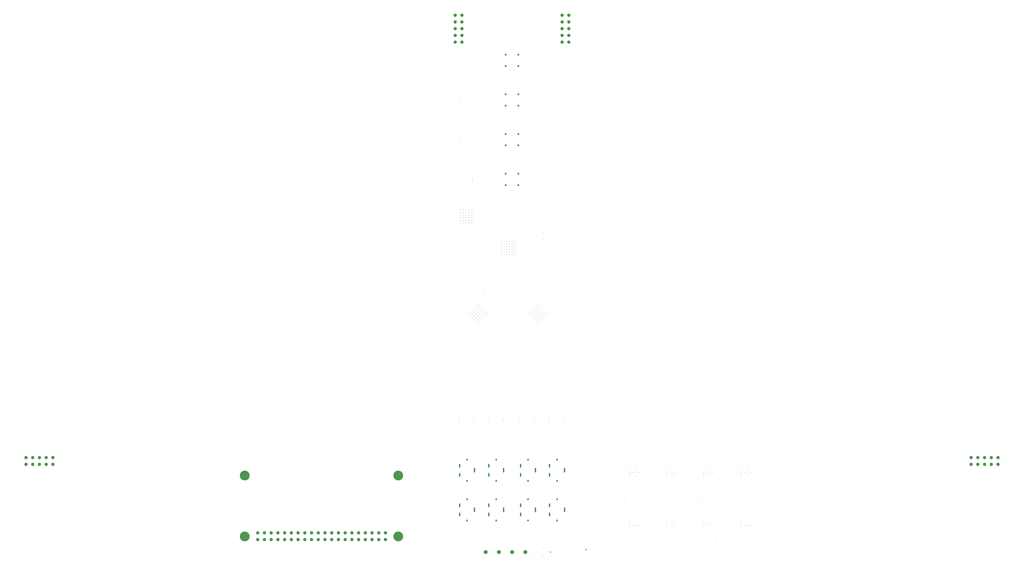
<source format=gbr>
%TF.GenerationSoftware,Altium Limited,Altium Designer,22.5.1 (42)*%
G04 Layer_Color=0*
%FSLAX26Y26*%
%MOIN*%
%TF.SameCoordinates,79F18A81-A5BF-4171-AD75-6FA3A7A6B408*%
%TF.FilePolarity,Positive*%
%TF.FileFunction,Plated,1,8,PTH,Drill*%
%TF.Part,Single*%
G01*
G75*
%TA.AperFunction,ComponentDrill*%
%ADD160C,0.051181*%
%ADD161C,0.051181*%
%ADD162C,0.145669*%
%ADD163C,0.027559*%
%ADD164R,0.019685X0.031496*%
%ADD165R,0.019685X0.070866*%
%ADD166R,0.019685X0.055118*%
%TA.AperFunction,ViaDrill,NotFilled*%
%ADD167C,0.003937*%
%ADD168C,0.019685*%
%ADD169C,0.007874*%
%ADD170C,0.059055*%
%ADD171C,0.005906*%
%ADD172C,0.011811*%
D160*
X5288543Y3830000D02*
D03*
X5188543D02*
D03*
X5088543D02*
D03*
X943307Y4851575D02*
D03*
X1143307D02*
D03*
X1043307D02*
D03*
X843307Y4951575D02*
D03*
X943307D02*
D03*
X1043307D02*
D03*
X1143307D02*
D03*
X1243307D02*
D03*
Y4851575D02*
D03*
X843307D02*
D03*
X14898425Y4951575D02*
D03*
X14998425D02*
D03*
X15098425D02*
D03*
X15198425D02*
D03*
X15298425D02*
D03*
Y4851575D02*
D03*
X15198425D02*
D03*
X15098425D02*
D03*
X14998425D02*
D03*
X14898425D02*
D03*
X6188543Y3830000D02*
D03*
Y3730000D02*
D03*
X6088543Y3830000D02*
D03*
Y3730000D02*
D03*
X5988543Y3830000D02*
D03*
Y3730000D02*
D03*
X5888543Y3830000D02*
D03*
Y3730000D02*
D03*
X5788543Y3830000D02*
D03*
Y3730000D02*
D03*
X5688543Y3830000D02*
D03*
Y3730000D02*
D03*
X5588543Y3830000D02*
D03*
Y3730000D02*
D03*
X5488543Y3830000D02*
D03*
Y3730000D02*
D03*
X5388543Y3830000D02*
D03*
Y3730000D02*
D03*
X5288543D02*
D03*
X5188543D02*
D03*
X5088543D02*
D03*
X4988543Y3830000D02*
D03*
Y3730000D02*
D03*
X4888543Y3830000D02*
D03*
Y3730000D02*
D03*
X4788543Y3830000D02*
D03*
Y3730000D02*
D03*
X4688543Y3830000D02*
D03*
Y3730000D02*
D03*
X4588543Y3830000D02*
D03*
Y3730000D02*
D03*
X4488543Y3830000D02*
D03*
Y3730000D02*
D03*
X4388543Y3830000D02*
D03*
Y3730000D02*
D03*
X4288543Y3830000D02*
D03*
Y3730000D02*
D03*
D161*
X7225591Y11538583D02*
D03*
Y11438583D02*
D03*
Y11338583D02*
D03*
Y11238583D02*
D03*
Y11138583D02*
D03*
X7325591D02*
D03*
Y11238583D02*
D03*
Y11338583D02*
D03*
Y11438583D02*
D03*
Y11538583D02*
D03*
X8916142Y11138583D02*
D03*
Y11238583D02*
D03*
Y11338583D02*
D03*
Y11438583D02*
D03*
Y11538583D02*
D03*
X8816142D02*
D03*
Y11438583D02*
D03*
Y11338583D02*
D03*
Y11238583D02*
D03*
Y11138583D02*
D03*
D162*
X6377953Y3779528D02*
D03*
X6377953Y4685039D02*
D03*
X4094488D02*
D03*
Y3779528D02*
D03*
D163*
X8165354Y10781496D02*
D03*
X7976378D02*
D03*
Y10950787D02*
D03*
X8165354D02*
D03*
Y10190945D02*
D03*
X7976378D02*
D03*
Y10360236D02*
D03*
X8165354D02*
D03*
Y9600394D02*
D03*
X7976378D02*
D03*
Y9769685D02*
D03*
X8165354D02*
D03*
Y9009843D02*
D03*
X7976378D02*
D03*
Y9179134D02*
D03*
X8165354D02*
D03*
D164*
X7401575Y4605905D02*
D03*
Y4921653D02*
D03*
X8307087Y4015354D02*
D03*
Y4331102D02*
D03*
X8740157Y4605905D02*
D03*
Y4921653D02*
D03*
X8307087Y4605905D02*
D03*
Y4921653D02*
D03*
X8740157Y4015354D02*
D03*
Y4331102D02*
D03*
X7834646Y4015354D02*
D03*
Y4331102D02*
D03*
Y4605905D02*
D03*
Y4921653D02*
D03*
X7401575Y4015354D02*
D03*
Y4331102D02*
D03*
D165*
X7511811Y4763779D02*
D03*
X8417323Y4173228D02*
D03*
X8850394Y4763779D02*
D03*
X8417323D02*
D03*
X8850394Y4173228D02*
D03*
X7944882D02*
D03*
Y4763779D02*
D03*
X7511811Y4173228D02*
D03*
D166*
X7291339Y4694882D02*
D03*
Y4832677D02*
D03*
X8196850Y4104331D02*
D03*
Y4242126D02*
D03*
X8629921Y4694882D02*
D03*
Y4832677D02*
D03*
X8196850Y4694882D02*
D03*
Y4832677D02*
D03*
X8629921Y4104331D02*
D03*
Y4242126D02*
D03*
X7724409Y4104331D02*
D03*
Y4242126D02*
D03*
Y4694882D02*
D03*
Y4832677D02*
D03*
X7291339Y4104331D02*
D03*
Y4242126D02*
D03*
D167*
X7615158Y7928147D02*
D03*
Y7912399D02*
D03*
X9115157Y3942913D02*
D03*
Y4021653D02*
D03*
X12624016Y4848425D02*
D03*
X11948819Y4389764D02*
D03*
X11641732Y4503937D02*
D03*
X11582677D02*
D03*
X9115157Y4001968D02*
D03*
Y3982284D02*
D03*
Y3962598D02*
D03*
X11582677Y3827756D02*
D03*
X11031496D02*
D03*
X10480315D02*
D03*
X9929134D02*
D03*
X11299213Y4606299D02*
D03*
Y4685039D02*
D03*
X10748031Y4606299D02*
D03*
Y4685039D02*
D03*
X10196850Y4606299D02*
D03*
Y4685039D02*
D03*
X11582677Y4833661D02*
D03*
X11031496D02*
D03*
X10480315D02*
D03*
X9929134D02*
D03*
X9645669Y4685039D02*
D03*
Y4606299D02*
D03*
X11440945Y4612205D02*
D03*
X10889764D02*
D03*
X10338583D02*
D03*
X9787402D02*
D03*
X9803149Y4030512D02*
D03*
X10354331D02*
D03*
X10905512D02*
D03*
X11456693D02*
D03*
X9889764Y4442303D02*
D03*
X9904528Y4454646D02*
D03*
X9919291Y4466988D02*
D03*
X11676181Y3897106D02*
D03*
X11125000D02*
D03*
X10573819D02*
D03*
X10022638D02*
D03*
X11679134Y4779528D02*
D03*
X11127953D02*
D03*
X10576772D02*
D03*
X10025591D02*
D03*
X7230315Y4173228D02*
D03*
X9448819Y4606299D02*
D03*
X9389764Y4645669D02*
D03*
X9330709Y4685039D02*
D03*
X9929134Y4582677D02*
D03*
X9988189D02*
D03*
X11582677D02*
D03*
X11641732D02*
D03*
X11031496D02*
D03*
X11090551D02*
D03*
X10539370D02*
D03*
X10480315D02*
D03*
X7643701Y4281496D02*
D03*
X8076772D02*
D03*
X8549213D02*
D03*
X8982283D02*
D03*
X11783465Y4228346D02*
D03*
X9913386Y4074803D02*
D03*
X9976378Y4074803D02*
D03*
X10464567Y4074803D02*
D03*
X10527559Y4074803D02*
D03*
X11015748D02*
D03*
X11078740Y4074803D02*
D03*
X11629922Y4074803D02*
D03*
X11566929Y4074803D02*
D03*
X11468504Y4618110D02*
D03*
X11492126D02*
D03*
X10917323D02*
D03*
X10940945D02*
D03*
X10366142D02*
D03*
X10389764D02*
D03*
X9838583D02*
D03*
X9814960D02*
D03*
X9944882Y4830709D02*
D03*
X9972441D02*
D03*
X10496063D02*
D03*
X10523622D02*
D03*
X11598425D02*
D03*
X11625984D02*
D03*
X11074803D02*
D03*
X11047244D02*
D03*
X10389764Y4043307D02*
D03*
X10366142D02*
D03*
X10496063Y3830709D02*
D03*
X10523622D02*
D03*
X9972441D02*
D03*
X9944882D02*
D03*
X11625984D02*
D03*
X11598425D02*
D03*
X11047244D02*
D03*
X11074803D02*
D03*
X9814960Y4043307D02*
D03*
X9838583D02*
D03*
X10917323D02*
D03*
X10940945D02*
D03*
X11492126D02*
D03*
X11468504D02*
D03*
X8023622Y8398622D02*
D03*
X8007874D02*
D03*
X8133858D02*
D03*
X8118110D02*
D03*
X8070866Y8976378D02*
D03*
Y9566929D02*
D03*
Y10157480D02*
D03*
Y10748031D02*
D03*
X7470472Y8750984D02*
D03*
X7268701Y8307087D02*
D03*
X7332677Y8750000D02*
D03*
X7273622D02*
D03*
X7194882Y8671260D02*
D03*
X7312992Y8336614D02*
D03*
X7411417D02*
D03*
X7529528D02*
D03*
X7608268Y8474409D02*
D03*
Y8533465D02*
D03*
Y8631890D02*
D03*
Y8690945D02*
D03*
X8279557Y8201570D02*
D03*
X8231297Y8061026D02*
D03*
X7792320Y8198817D02*
D03*
Y8139761D02*
D03*
Y8001966D02*
D03*
X7923228Y7851378D02*
D03*
X8021654D02*
D03*
X8080709D02*
D03*
X8231297Y7942916D02*
D03*
Y8159451D02*
D03*
X7883853Y8290354D02*
D03*
X7864173Y7851378D02*
D03*
X8569882Y6756890D02*
D03*
X8263920Y6983128D02*
D03*
X8305678Y6941370D02*
D03*
X8375275Y6871773D02*
D03*
X8568053Y6885967D02*
D03*
X8665489Y6983403D02*
D03*
X8707248Y7025161D02*
D03*
X8392717Y7365158D02*
D03*
X8273622Y7262795D02*
D03*
X8708662Y7149606D02*
D03*
X8464567Y6808226D02*
D03*
X8375000Y7301181D02*
D03*
X8221887Y7148068D02*
D03*
X7368110Y7263779D02*
D03*
X7487205Y7365158D02*
D03*
X7801736Y7025161D02*
D03*
X7759977Y6983403D02*
D03*
X7662541Y6885967D02*
D03*
X7469763Y6871773D02*
D03*
X7400166Y6941370D02*
D03*
X7358408Y6983128D02*
D03*
X8221886Y7148067D02*
D03*
X7316374D02*
D03*
X8375000Y7301181D02*
D03*
X7469488D02*
D03*
X8708661Y7149606D02*
D03*
X8464567Y6808226D02*
D03*
X7559055D02*
D03*
X7803150Y7149606D02*
D03*
X14734252Y4133858D02*
D03*
X13856299Y4011811D02*
D03*
X14840551D02*
D03*
X13750000Y4133858D02*
D03*
Y4960630D02*
D03*
X13856299Y4838583D02*
D03*
X7615155Y7964567D02*
D03*
Y7980315D02*
D03*
Y8023622D02*
D03*
Y8039370D02*
D03*
X7885824Y7674213D02*
D03*
X7901572D02*
D03*
X7944880D02*
D03*
X7960627D02*
D03*
X7984250D02*
D03*
X7999998D02*
D03*
X8141730D02*
D03*
X8157478D02*
D03*
X8102360D02*
D03*
X8118108D02*
D03*
X8059053D02*
D03*
X8043305D02*
D03*
X7224410Y6901575D02*
D03*
X7240158D02*
D03*
X7220472Y6603347D02*
D03*
X7236221D02*
D03*
X7669291D02*
D03*
X7653543D02*
D03*
X7648622Y6756890D02*
D03*
X7664370D02*
D03*
X8554134D02*
D03*
X8559055Y6603347D02*
D03*
X8574803D02*
D03*
X8141732D02*
D03*
X8125984D02*
D03*
X8145669Y6901575D02*
D03*
X8129921D02*
D03*
X8602362Y4763779D02*
D03*
X8169291D02*
D03*
X7696850D02*
D03*
X8568898Y4173228D02*
D03*
X8135827D02*
D03*
X7663386D02*
D03*
X7263779Y4763779D02*
D03*
D168*
X8641732Y3543307D02*
D03*
X9173228Y3582677D02*
D03*
D169*
X11968504Y3547244D02*
D03*
X8527559Y3484252D02*
D03*
X8401575D02*
D03*
X8527559Y3602362D02*
D03*
X8401575D02*
D03*
X9748031Y4330709D02*
D03*
X10850394D02*
D03*
X9748031D02*
D03*
X10299213D02*
D03*
X11401575D02*
D03*
X9708661Y4238189D02*
D03*
X10259843D02*
D03*
X10811024D02*
D03*
X11362205D02*
D03*
X11131891Y4937008D02*
D03*
X9478347D02*
D03*
X10029528D02*
D03*
X10580709D02*
D03*
X9625984Y3746063D02*
D03*
X9448819Y3704724D02*
D03*
X10177165Y3746063D02*
D03*
X10000000Y3704724D02*
D03*
X10728346Y3746063D02*
D03*
X10551181Y3704724D02*
D03*
X11102362D02*
D03*
X11279528Y3746063D02*
D03*
X10371654Y3894685D02*
D03*
Y3979331D02*
D03*
Y3937008D02*
D03*
X10471063Y3894685D02*
D03*
Y3979331D02*
D03*
X10427362Y3937008D02*
D03*
X10514764D02*
D03*
X10471063D02*
D03*
X9820472Y3894685D02*
D03*
Y3979331D02*
D03*
Y3937008D02*
D03*
X9919882Y3894685D02*
D03*
Y3979331D02*
D03*
X9876181Y3937008D02*
D03*
X9963583D02*
D03*
X9919882D02*
D03*
X10922835Y3894685D02*
D03*
Y3979331D02*
D03*
Y3937008D02*
D03*
X11022244Y3894685D02*
D03*
Y3979331D02*
D03*
X10978543Y3937008D02*
D03*
X11065945D02*
D03*
X11022244D02*
D03*
X11474016Y3894685D02*
D03*
Y3979331D02*
D03*
Y3937008D02*
D03*
X11573425Y3894685D02*
D03*
Y3979331D02*
D03*
X11529725Y3937008D02*
D03*
X11617126D02*
D03*
X11573425D02*
D03*
X9820472Y4766732D02*
D03*
Y4682087D02*
D03*
Y4724409D02*
D03*
X9919882Y4766732D02*
D03*
Y4682087D02*
D03*
X9876181Y4724409D02*
D03*
X9963583D02*
D03*
X9919882D02*
D03*
X10371654Y4766732D02*
D03*
Y4682087D02*
D03*
Y4724409D02*
D03*
X10471063Y4766732D02*
D03*
Y4682087D02*
D03*
X10427362Y4724409D02*
D03*
X10514764D02*
D03*
X10471063D02*
D03*
X10922835Y4766732D02*
D03*
Y4682087D02*
D03*
Y4724409D02*
D03*
X11022244Y4766732D02*
D03*
Y4682087D02*
D03*
X10978543Y4724409D02*
D03*
X11065945D02*
D03*
X11022244D02*
D03*
X11474016Y4766732D02*
D03*
Y4682087D02*
D03*
Y4724409D02*
D03*
X11573425Y4766732D02*
D03*
Y4682087D02*
D03*
X11529724Y4724409D02*
D03*
X11617126D02*
D03*
X11573425D02*
D03*
X8070866Y8643701D02*
D03*
Y8679134D02*
D03*
X7283465Y10257874D02*
D03*
Y10293307D02*
D03*
Y9667323D02*
D03*
Y9702756D02*
D03*
X7480315Y9076772D02*
D03*
Y9112205D02*
D03*
X7642717Y7435039D02*
D03*
X8530512Y8214567D02*
D03*
Y8295276D02*
D03*
X8188976Y5494095D02*
D03*
Y5529528D02*
D03*
X8622047Y5494095D02*
D03*
Y5529528D02*
D03*
X7716535D02*
D03*
Y5494095D02*
D03*
X7283465D02*
D03*
Y5529528D02*
D03*
X8838583Y5494095D02*
D03*
Y5529528D02*
D03*
X8405512Y5494095D02*
D03*
Y5529528D02*
D03*
X7933071Y5494095D02*
D03*
Y5529528D02*
D03*
X7500000D02*
D03*
Y5494095D02*
D03*
D170*
X8267717Y3543307D02*
D03*
X8070866D02*
D03*
X7874016D02*
D03*
X7677165D02*
D03*
D171*
X7757874Y4714567D02*
D03*
Y4812992D02*
D03*
X8840551Y4114173D02*
D03*
Y4232283D02*
D03*
X8407480Y4114173D02*
D03*
Y4232283D02*
D03*
X7935039Y4114173D02*
D03*
Y4232283D02*
D03*
X7501968D02*
D03*
Y4114173D02*
D03*
X7324803Y4714567D02*
D03*
Y4812992D02*
D03*
X8230315Y4714567D02*
D03*
Y4812992D02*
D03*
X8663386D02*
D03*
Y4714567D02*
D03*
D172*
X8031494Y8090551D02*
D03*
Y8129921D02*
D03*
Y8169291D02*
D03*
X7992124Y8090551D02*
D03*
Y8129921D02*
D03*
Y8169291D02*
D03*
X7952753Y8090551D02*
D03*
Y8129921D02*
D03*
Y8169291D02*
D03*
X7913383Y8090551D02*
D03*
Y8129921D02*
D03*
Y8169291D02*
D03*
X8070864Y8090551D02*
D03*
Y8129921D02*
D03*
Y8169291D02*
D03*
X8110234D02*
D03*
Y8129921D02*
D03*
Y8090551D02*
D03*
X7992124Y8051181D02*
D03*
Y8011811D02*
D03*
Y7972441D02*
D03*
X8031494Y8051181D02*
D03*
Y8011811D02*
D03*
Y7972441D02*
D03*
X8070864Y8051181D02*
D03*
Y8011811D02*
D03*
Y7972441D02*
D03*
X8110234Y8051181D02*
D03*
Y8011811D02*
D03*
Y7972441D02*
D03*
X7952753Y8051181D02*
D03*
Y8011811D02*
D03*
Y7972441D02*
D03*
X7913383D02*
D03*
Y8011811D02*
D03*
Y8051181D02*
D03*
X7421260Y8641732D02*
D03*
X7460630D02*
D03*
X7500000D02*
D03*
Y8602362D02*
D03*
X7460630D02*
D03*
X7421260D02*
D03*
X7500000Y8444882D02*
D03*
X7460630D02*
D03*
X7421260D02*
D03*
X7500000Y8484252D02*
D03*
X7460630D02*
D03*
X7421260D02*
D03*
X7500000Y8523622D02*
D03*
X7460630D02*
D03*
X7421260D02*
D03*
X7500000Y8562992D02*
D03*
X7460630D02*
D03*
X7421260D02*
D03*
X7381890Y8444882D02*
D03*
X7342520D02*
D03*
X7303150D02*
D03*
Y8484252D02*
D03*
X7342520D02*
D03*
X7381890D02*
D03*
X7303150Y8641732D02*
D03*
X7342520D02*
D03*
X7381890D02*
D03*
X7303150Y8602362D02*
D03*
X7342520D02*
D03*
X7381890D02*
D03*
X7303150Y8562992D02*
D03*
X7342520D02*
D03*
X7381890D02*
D03*
X7303150Y8523622D02*
D03*
X7342520D02*
D03*
X7381890D02*
D03*
X8520245Y7003098D02*
D03*
X8492406Y6975259D02*
D03*
X8464567Y6947420D02*
D03*
X8436728Y6975259D02*
D03*
X8464567Y7003098D02*
D03*
X8492406Y7030936D02*
D03*
X8325373Y7086614D02*
D03*
X8353211Y7114453D02*
D03*
X8381050Y7142292D02*
D03*
X8353211Y7058775D02*
D03*
X8381050Y7086614D02*
D03*
X8408889Y7114453D02*
D03*
X8381050Y7030936D02*
D03*
X8408889Y7058775D02*
D03*
X8436728Y7086614D02*
D03*
X8408889Y7003098D02*
D03*
X8436728Y7030936D02*
D03*
X8464567Y7058775D02*
D03*
X8408889Y7170131D02*
D03*
X8436728Y7197970D02*
D03*
X8464567Y7225809D02*
D03*
X8492406Y7197970D02*
D03*
X8464567Y7170131D02*
D03*
X8436728Y7142292D02*
D03*
X8603761Y7086614D02*
D03*
X8575922Y7058775D02*
D03*
X8548083Y7030936D02*
D03*
X8575922Y7114453D02*
D03*
X8548083Y7086614D02*
D03*
X8520245Y7058775D02*
D03*
X8548083Y7142292D02*
D03*
X8520245Y7114453D02*
D03*
X8492406Y7086614D02*
D03*
X8520245Y7170131D02*
D03*
X8492406Y7142292D02*
D03*
X8464567Y7114453D02*
D03*
X7614733Y7003098D02*
D03*
X7586894Y6975259D02*
D03*
X7559055Y6947420D02*
D03*
X7531216Y6975259D02*
D03*
X7559055Y7003098D02*
D03*
X7586894Y7030936D02*
D03*
X7419861Y7086614D02*
D03*
X7447700Y7114453D02*
D03*
X7475539Y7142292D02*
D03*
X7447700Y7058775D02*
D03*
X7475539Y7086614D02*
D03*
X7503377Y7114453D02*
D03*
X7475539Y7030936D02*
D03*
X7503377Y7058775D02*
D03*
X7531216Y7086614D02*
D03*
X7503377Y7003098D02*
D03*
X7531216Y7030936D02*
D03*
X7559055Y7058775D02*
D03*
X7503377Y7170131D02*
D03*
X7531216Y7197970D02*
D03*
X7559055Y7225809D02*
D03*
X7586894Y7197970D02*
D03*
X7559055Y7170131D02*
D03*
X7531216Y7142292D02*
D03*
X7698249Y7086614D02*
D03*
X7670410Y7058775D02*
D03*
X7642572Y7030936D02*
D03*
X7670410Y7114453D02*
D03*
X7642572Y7086614D02*
D03*
X7614733Y7058775D02*
D03*
X7642572Y7142292D02*
D03*
X7614733Y7114453D02*
D03*
X7586894Y7086614D02*
D03*
X7614733Y7170131D02*
D03*
X7586894Y7142292D02*
D03*
X7559055Y7114453D02*
D03*
%TF.MD5,39bce10c587b2bd3ff6f08fd4569c5e6*%
M02*

</source>
